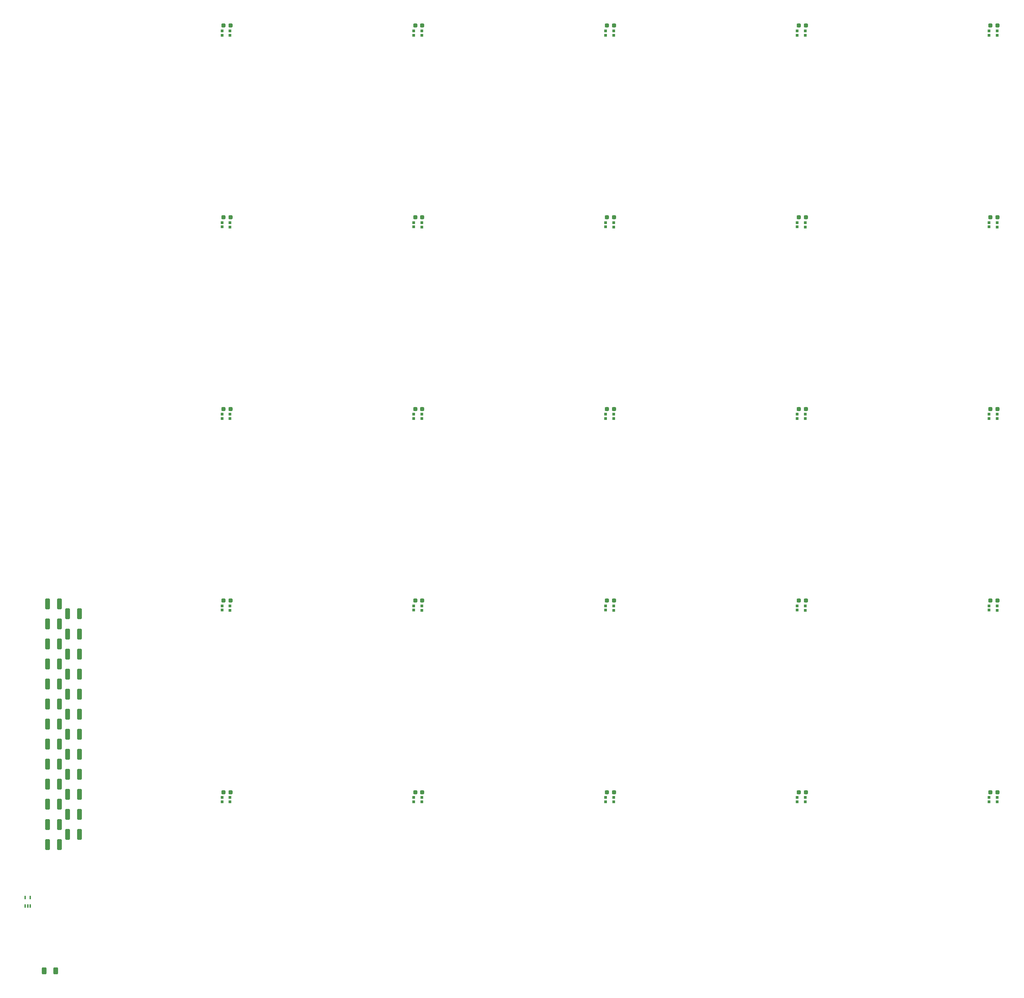
<source format=gbr>
%TF.GenerationSoftware,KiCad,Pcbnew,8.0.2-1*%
%TF.CreationDate,2024-06-03T22:08:22-04:00*%
%TF.ProjectId,Untitled,556e7469-746c-4656-942e-6b696361645f,rev?*%
%TF.SameCoordinates,Original*%
%TF.FileFunction,Paste,Top*%
%TF.FilePolarity,Positive*%
%FSLAX46Y46*%
G04 Gerber Fmt 4.6, Leading zero omitted, Abs format (unit mm)*
G04 Created by KiCad (PCBNEW 8.0.2-1) date 2024-06-03 22:08:22*
%MOMM*%
%LPD*%
G01*
G04 APERTURE LIST*
G04 Aperture macros list*
%AMRoundRect*
0 Rectangle with rounded corners*
0 $1 Rounding radius*
0 $2 $3 $4 $5 $6 $7 $8 $9 X,Y pos of 4 corners*
0 Add a 4 corners polygon primitive as box body*
4,1,4,$2,$3,$4,$5,$6,$7,$8,$9,$2,$3,0*
0 Add four circle primitives for the rounded corners*
1,1,$1+$1,$2,$3*
1,1,$1+$1,$4,$5*
1,1,$1+$1,$6,$7*
1,1,$1+$1,$8,$9*
0 Add four rect primitives between the rounded corners*
20,1,$1+$1,$2,$3,$4,$5,0*
20,1,$1+$1,$4,$5,$6,$7,0*
20,1,$1+$1,$6,$7,$8,$9,0*
20,1,$1+$1,$8,$9,$2,$3,0*%
G04 Aperture macros list end*
%ADD10R,0.700000X0.700000*%
%ADD11RoundRect,0.237500X-0.287500X-0.237500X0.287500X-0.237500X0.287500X0.237500X-0.287500X0.237500X0*%
%ADD12RoundRect,0.250000X-0.312500X-0.625000X0.312500X-0.625000X0.312500X0.625000X-0.312500X0.625000X0*%
%ADD13RoundRect,0.250000X-0.325000X-1.100000X0.325000X-1.100000X0.325000X1.100000X-0.325000X1.100000X0*%
%ADD14RoundRect,0.087500X-0.087500X-0.337500X0.087500X-0.337500X0.087500X0.337500X-0.087500X0.337500X0*%
G04 APERTURE END LIST*
D10*
%TO.C,REF\u002A\u002A21*%
X156002500Y-264200000D03*
X153977500Y-264150000D03*
D11*
X156125000Y-261765000D03*
D10*
X153977500Y-263100000D03*
X156002500Y-263100000D03*
D11*
X154375000Y-261765000D03*
%TD*%
D10*
%TO.C,REF\u002A\u002A20*%
X108202500Y-264200000D03*
X106177500Y-264150000D03*
D11*
X108325000Y-261765000D03*
D10*
X106177500Y-263100000D03*
X108202500Y-263100000D03*
D11*
X106575000Y-261765000D03*
%TD*%
D10*
%TO.C,REF\u002A\u002A5*%
X108202500Y-120800000D03*
X106177500Y-120750000D03*
D11*
X108325000Y-118365000D03*
D10*
X106177500Y-119700000D03*
X108202500Y-119700000D03*
D11*
X106575000Y-118365000D03*
%TD*%
D10*
%TO.C,REF\u002A\u002A3*%
X251602500Y-73000000D03*
X249577500Y-72950000D03*
D11*
X251725000Y-70565000D03*
D10*
X249577500Y-71900000D03*
X251602500Y-71900000D03*
D11*
X249975000Y-70565000D03*
%TD*%
D10*
%TO.C,REF\u002A\u002A4*%
X299402500Y-73000000D03*
X297377500Y-72950000D03*
D11*
X299525000Y-70565000D03*
D10*
X297377500Y-71900000D03*
X299402500Y-71900000D03*
D11*
X297775000Y-70565000D03*
%TD*%
D10*
%TO.C,REF\u002A\u002A2*%
X203802500Y-73000000D03*
X201777500Y-72950000D03*
D11*
X203925000Y-70565000D03*
D10*
X201777500Y-71900000D03*
X203802500Y-71900000D03*
D11*
X202175000Y-70565000D03*
%TD*%
D10*
%TO.C,REF\u002A\u002A19*%
X299402500Y-216400000D03*
X297377500Y-216350000D03*
D11*
X299525000Y-213965000D03*
D10*
X297377500Y-215300000D03*
X299402500Y-215300000D03*
D11*
X297775000Y-213965000D03*
%TD*%
D10*
%TO.C,REF\u002A\u002A7*%
X203802500Y-120800000D03*
X201777500Y-120750000D03*
D11*
X203925000Y-118365000D03*
D10*
X201777500Y-119700000D03*
X203802500Y-119700000D03*
D11*
X202175000Y-118365000D03*
%TD*%
D10*
%TO.C,REF\u002A\u002A8*%
X251602500Y-120800000D03*
X249577500Y-120750000D03*
D11*
X251725000Y-118365000D03*
D10*
X249577500Y-119700000D03*
X251602500Y-119700000D03*
D11*
X249975000Y-118365000D03*
%TD*%
D10*
%TO.C,REF\u002A\u002A14*%
X299402500Y-168600000D03*
X297377500Y-168550000D03*
D11*
X299525000Y-166165000D03*
D10*
X297377500Y-167500000D03*
X299402500Y-167500000D03*
D11*
X297775000Y-166165000D03*
%TD*%
D10*
%TO.C,REF\u002A\u002A23*%
X251602500Y-264200000D03*
X249577500Y-264150000D03*
D11*
X251725000Y-261765000D03*
D10*
X249577500Y-263100000D03*
X251602500Y-263100000D03*
D11*
X249975000Y-261765000D03*
%TD*%
D10*
%TO.C,REF\u002A\u002A24*%
X299402500Y-264200000D03*
X297377500Y-264150000D03*
D11*
X299525000Y-261765000D03*
D10*
X297377500Y-263100000D03*
X299402500Y-263100000D03*
D11*
X297775000Y-261765000D03*
%TD*%
D10*
%TO.C,REF\u002A\u002A16*%
X156002500Y-216400000D03*
X153977500Y-216350000D03*
D11*
X156125000Y-213965000D03*
D10*
X153977500Y-215300000D03*
X156002500Y-215300000D03*
D11*
X154375000Y-213965000D03*
%TD*%
D10*
%TO.C,REF\u002A\u002A10*%
X108202500Y-168600000D03*
X106177500Y-168550000D03*
D11*
X108325000Y-166165000D03*
D10*
X106177500Y-167500000D03*
X108202500Y-167500000D03*
D11*
X106575000Y-166165000D03*
%TD*%
D10*
%TO.C,REF\u002A\u002A6*%
X156002500Y-120800000D03*
X153977500Y-120750000D03*
D11*
X156125000Y-118365000D03*
D10*
X153977500Y-119700000D03*
X156002500Y-119700000D03*
D11*
X154375000Y-118365000D03*
%TD*%
D10*
%TO.C,REF\u002A\u002A17*%
X203802500Y-216400000D03*
X201777500Y-216350000D03*
D11*
X203925000Y-213965000D03*
D10*
X201777500Y-215300000D03*
X203802500Y-215300000D03*
D11*
X202175000Y-213965000D03*
%TD*%
D10*
%TO.C,REF\u002A\u002A12*%
X203802500Y-168600000D03*
X201777500Y-168550000D03*
D11*
X203925000Y-166165000D03*
D10*
X201777500Y-167500000D03*
X203802500Y-167500000D03*
D11*
X202175000Y-166165000D03*
%TD*%
D10*
%TO.C,REF\u002A\u002A22*%
X203802500Y-264200000D03*
X201777500Y-264150000D03*
D11*
X203925000Y-261765000D03*
D10*
X201777500Y-263100000D03*
X203802500Y-263100000D03*
D11*
X202175000Y-261765000D03*
%TD*%
D10*
%TO.C,REF\u002A\u002A15*%
X108202500Y-216400000D03*
X106177500Y-216350000D03*
D11*
X108325000Y-213965000D03*
D10*
X106177500Y-215300000D03*
X108202500Y-215300000D03*
D11*
X106575000Y-213965000D03*
%TD*%
D12*
%TO.C,50 \u03A9*%
X61837500Y-306300000D03*
X64762500Y-306300000D03*
%TD*%
D10*
%TO.C,REF\u002A\u002A9*%
X299402500Y-120800000D03*
X297377500Y-120750000D03*
D11*
X299525000Y-118365000D03*
D10*
X297377500Y-119700000D03*
X299402500Y-119700000D03*
D11*
X297775000Y-118365000D03*
%TD*%
D10*
%TO.C,REF\u002A\u002A13*%
X251602500Y-168600000D03*
X249577500Y-168550000D03*
D11*
X251725000Y-166165000D03*
D10*
X249577500Y-167500000D03*
X251602500Y-167500000D03*
D11*
X249975000Y-166165000D03*
%TD*%
D10*
%TO.C,REF\u002A\u002A1*%
X156002500Y-73000000D03*
X153977500Y-72950000D03*
D11*
X156125000Y-70565000D03*
D10*
X153977500Y-71900000D03*
X156002500Y-71900000D03*
D11*
X154375000Y-70565000D03*
%TD*%
D10*
%TO.C,REF\u002A\u002A18*%
X251602500Y-216400000D03*
X249577500Y-216350000D03*
D11*
X251725000Y-213965000D03*
D10*
X249577500Y-215300000D03*
X251602500Y-215300000D03*
D11*
X249975000Y-213965000D03*
%TD*%
D10*
%TO.C,REF\u002A\u002A*%
X108202500Y-73000000D03*
X106177500Y-72950000D03*
D11*
X108325000Y-70565000D03*
D10*
X106177500Y-71900000D03*
X108202500Y-71900000D03*
D11*
X106575000Y-70565000D03*
%TD*%
D10*
%TO.C,REF\u002A\u002A11*%
X156002500Y-168600000D03*
X153977500Y-168550000D03*
D11*
X156125000Y-166165000D03*
D10*
X153977500Y-167500000D03*
X156002500Y-167500000D03*
D11*
X154375000Y-166165000D03*
%TD*%
D13*
%TO.C,10 nF*%
X62725000Y-254800000D03*
X65675000Y-254800000D03*
%TD*%
%TO.C,10 nF*%
X67725000Y-237300000D03*
X70675000Y-237300000D03*
%TD*%
%TO.C,10 nF*%
X62725000Y-269800000D03*
X65675000Y-269800000D03*
%TD*%
%TO.C,10 nF*%
X67725000Y-272300000D03*
X70675000Y-272300000D03*
%TD*%
D14*
%TO.C,Temp1*%
X57100000Y-290200000D03*
X57750000Y-290200000D03*
X58400000Y-290200000D03*
X58400000Y-288000000D03*
X57100000Y-288000000D03*
%TD*%
D13*
%TO.C,10 nF*%
X67725000Y-227300000D03*
X70675000Y-227300000D03*
%TD*%
%TO.C,10 nF*%
X67725000Y-257300000D03*
X70675000Y-257300000D03*
%TD*%
%TO.C,10 nF*%
X62725000Y-249800000D03*
X65675000Y-249800000D03*
%TD*%
%TO.C,10 nF*%
X62725000Y-274800000D03*
X65675000Y-274800000D03*
%TD*%
%TO.C,10 nF*%
X67725000Y-232300000D03*
X70675000Y-232300000D03*
%TD*%
%TO.C,10 nF*%
X67725000Y-242300000D03*
X70675000Y-242300000D03*
%TD*%
%TO.C,10 nF*%
X67725000Y-222300000D03*
X70675000Y-222300000D03*
%TD*%
%TO.C,10 nF*%
X62725000Y-259800000D03*
X65675000Y-259800000D03*
%TD*%
%TO.C,10 nF*%
X62725000Y-239800000D03*
X65675000Y-239800000D03*
%TD*%
%TO.C,10 nF*%
X67725000Y-217300000D03*
X70675000Y-217300000D03*
%TD*%
%TO.C,10 nF*%
X67725000Y-267300000D03*
X70675000Y-267300000D03*
%TD*%
%TO.C,10 nF*%
X62725000Y-219800000D03*
X65675000Y-219800000D03*
%TD*%
%TO.C,10 nF*%
X67725000Y-252300000D03*
X70675000Y-252300000D03*
%TD*%
%TO.C,10 nF*%
X67725000Y-247300000D03*
X70675000Y-247300000D03*
%TD*%
%TO.C,10 nF*%
X62725000Y-229800000D03*
X65675000Y-229800000D03*
%TD*%
%TO.C,10 nF*%
X62725000Y-264800000D03*
X65675000Y-264800000D03*
%TD*%
%TO.C,10 nF*%
X67725000Y-262300000D03*
X70675000Y-262300000D03*
%TD*%
%TO.C,10 nF*%
X62725000Y-214800000D03*
X65675000Y-214800000D03*
%TD*%
%TO.C,10 nF*%
X62725000Y-224800000D03*
X65675000Y-224800000D03*
%TD*%
%TO.C,10 nF*%
X62725000Y-244800000D03*
X65675000Y-244800000D03*
%TD*%
%TO.C,10 nF*%
X62725000Y-234800000D03*
X65675000Y-234800000D03*
%TD*%
M02*

</source>
